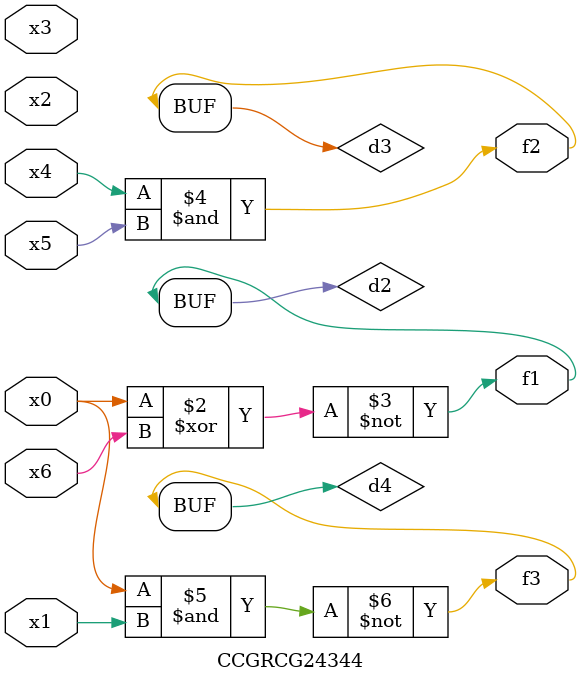
<source format=v>
module CCGRCG24344(
	input x0, x1, x2, x3, x4, x5, x6,
	output f1, f2, f3
);

	wire d1, d2, d3, d4;

	nor (d1, x0);
	xnor (d2, x0, x6);
	and (d3, x4, x5);
	nand (d4, x0, x1);
	assign f1 = d2;
	assign f2 = d3;
	assign f3 = d4;
endmodule

</source>
